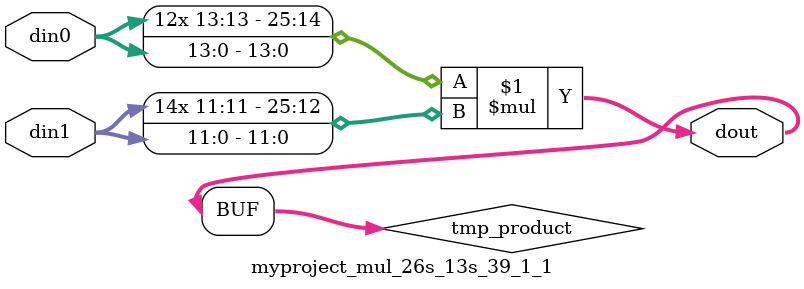
<source format=v>

`timescale 1 ns / 1 ps

  module myproject_mul_26s_13s_39_1_1(din0, din1, dout);
parameter ID = 1;
parameter NUM_STAGE = 0;
parameter din0_WIDTH = 14;
parameter din1_WIDTH = 12;
parameter dout_WIDTH = 26;

input [din0_WIDTH - 1 : 0] din0; 
input [din1_WIDTH - 1 : 0] din1; 
output [dout_WIDTH - 1 : 0] dout;

wire signed [dout_WIDTH - 1 : 0] tmp_product;













assign tmp_product = $signed(din0) * $signed(din1);








assign dout = tmp_product;







endmodule

</source>
